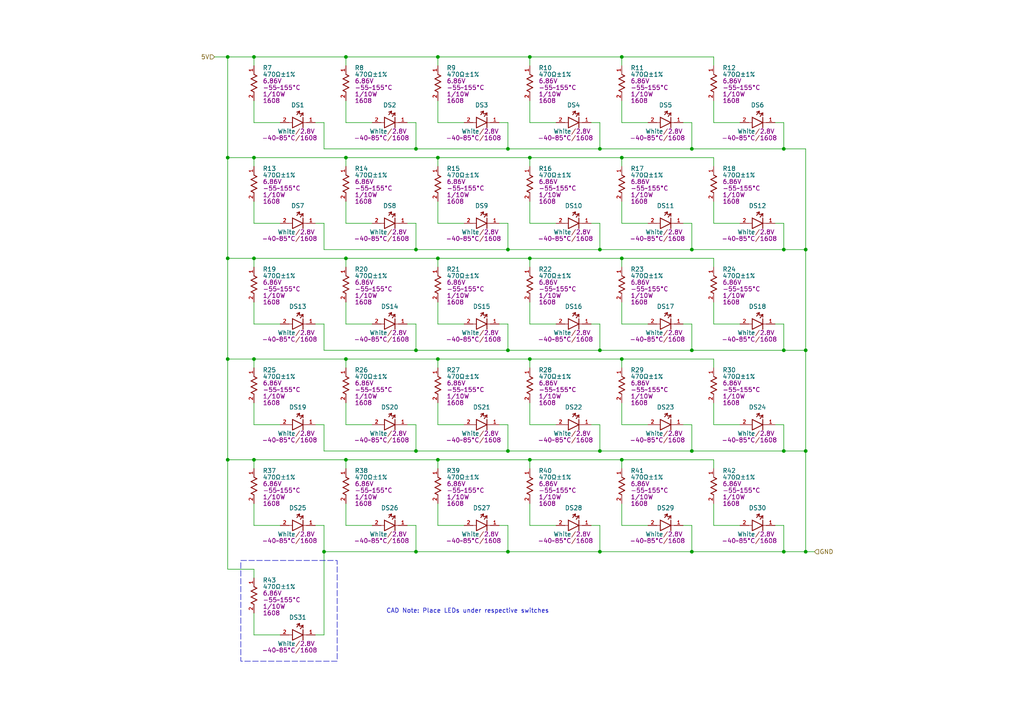
<source format=kicad_sch>
(kicad_sch (version 20231120) (generator "eeschema") (generator_version "8.0")
  (paper "A4")
  (lib_symbols
    (symbol "Harrington-Diodes:WHITE-1608-H" (pin_names (offset 1.016))
      (property "Reference" "DS" (at 0 5.08 0))
      (property "Value" "White" (at -0.635 -2.54 0))
      (property "VOLTAGE" "2.8V" (at 0.635 -2.54 0))
      (property "SIZE" "1608" (at 0.635 -4.445 0))
      (property "TEMPERATURE" "-40~85°C" (at -0.635 -4.445 0))
      (symbol "WHITE-1608-H_0_0"
        (polyline (pts (xy -0.254 2.286) (xy 0.508 3.302)) (stroke (width 0.254)))
        (polyline (pts (xy 0.762 1.778) (xy 1.524 2.794)) (stroke (width 0.254)))
        (polyline (pts (xy 1.524 0) (xy 1.524 -1.524)) (stroke (width 0.254)))
        (polyline (pts (xy 1.524 0) (xy 1.524 1.524)) (stroke (width 0.254)))
        (text "/" (at 0 -4.445 0) (effects (font (size 1.27 1.27))))
        (text "/" (at 0 -2.54 0) (effects (font (size 1.27 1.27))))
        (pin output line (at 5.08 0 180) (length 2.54) (name "~") (number "1"))
        (pin input line (at -5.08 0 0) (length 2.54) (name "~") (number "2"))
      )
      (symbol "WHITE-1608-H_1_0"
        (polyline (pts (xy -2.54 0) (xy -1.524 0)) (stroke (width 0.1524)))
        (polyline (pts (xy 0.508 3.302) (xy -0.254 3.048)) (stroke (width 0.254)))
        (polyline (pts (xy 0.508 3.302) (xy 0.508 2.54)) (stroke (width 0.254)))
        (polyline (pts (xy 1.524 2.794) (xy 0.762 2.54)) (stroke (width 0.254)))
        (polyline (pts (xy 1.524 2.794) (xy 1.524 2.032)) (stroke (width 0.254)))
        (polyline (pts (xy 2.54 0) (xy 1.524 0)) (stroke (width 0.1524)))
        (polyline (pts (xy -1.524 1.524) (xy -1.524 -1.524) (xy 1.524 0) (xy -1.524 1.524)) (stroke (width 0.254)))
      )
    )
    (symbol "Harrington-Resistors:470Ω±1%-1608-V" (pin_names (offset 1.016))
      (property "Reference" "R" (at 2.54 4.445 0))
      (property "Value" "470Ω±1%" (at 2.54 2.54 0))
      (property "TEMPERATURE" "-55~155°C" (at 2.54 -1.27 0))
      (property "POWER" "1/10W" (at 2.54 -3.175 0))
      (property "VOLTAGE" "6.86V" (at 2.54 0.635 0))
      (property "SIZE" "1608" (at 2.54 -5.08 0))
      (symbol "470Ω±1%-1608-V_0_0"
        (polyline (pts (xy -0.8468 -2.1171) (xy 0 -2.5405)) (stroke (width 0.254)))
        (polyline (pts (xy -0.8468 -0.4234) (xy 0.8468 -1.2703)) (stroke (width 0.254)))
        (polyline (pts (xy -0.8468 1.2703) (xy 0.8468 2.1171)) (stroke (width 0.254)))
        (polyline (pts (xy 0.8468 -1.2703) (xy -0.8468 -2.1171)) (stroke (width 0.254)))
        (polyline (pts (xy 0.8468 0.4234) (xy -0.8468 -0.4234)) (stroke (width 0.254)))
        (polyline (pts (xy 0.8468 0.4234) (xy -0.8468 1.2703)) (stroke (width 0.254)))
        (polyline (pts (xy 0.8468 2.1171) (xy 0 2.5405)) (stroke (width 0.254)))
        (pin passive line (at 0 5.08 270) (length 2.54) (name "~") (number "1"))
        (pin passive line (at 0 -5.08 90) (length 2.54) (name "~") (number "2"))
      )
    )
  )
  (junction (at 153.67 133.35))
  (junction (at 73.66 45.72))
  (junction (at 153.67 45.72))
  (junction (at 233.68 130.81))
  (junction (at 180.34 74.93))
  (junction (at 233.68 160.02))
  (junction (at 93.98 160.02))
  (junction (at 227.33 160.02))
  (junction (at 73.66 133.35))
  (junction (at 73.66 104.14))
  (junction (at 100.33 104.14))
  (junction (at 153.67 74.93))
  (junction (at 227.33 101.6))
  (junction (at 66.04 16.51))
  (junction (at 200.66 72.39))
  (junction (at 100.33 16.51))
  (junction (at 127 45.72))
  (junction (at 120.65 160.02))
  (junction (at 227.33 72.39))
  (junction (at 153.67 104.14))
  (junction (at 147.32 43.18))
  (junction (at 66.04 74.93))
  (junction (at 180.34 133.35))
  (junction (at 233.68 72.39))
  (junction (at 120.65 130.81))
  (junction (at 173.99 43.18))
  (junction (at 120.65 101.6))
  (junction (at 127 133.35))
  (junction (at 66.04 104.14))
  (junction (at 147.32 72.39))
  (junction (at 180.34 104.14))
  (junction (at 120.65 43.18))
  (junction (at 180.34 16.51))
  (junction (at 66.04 133.35))
  (junction (at 200.66 43.18))
  (junction (at 73.66 74.93))
  (junction (at 173.99 130.81))
  (junction (at 100.33 74.93))
  (junction (at 147.32 101.6))
  (junction (at 127 74.93))
  (junction (at 153.67 16.51))
  (junction (at 100.33 45.72))
  (junction (at 173.99 101.6))
  (junction (at 200.66 130.81))
  (junction (at 173.99 160.02))
  (junction (at 127 16.51))
  (junction (at 233.68 101.6))
  (junction (at 100.33 133.35))
  (junction (at 66.04 45.72))
  (junction (at 227.33 130.81))
  (junction (at 73.66 16.51))
  (junction (at 147.32 130.81))
  (junction (at 200.66 160.02))
  (junction (at 127 104.14))
  (junction (at 147.32 160.02))
  (junction (at 227.33 43.18))
  (junction (at 120.65 72.39))
  (junction (at 180.34 45.72))
  (junction (at 200.66 101.6))
  (junction (at 173.99 72.39))
  (wire (pts (xy 200.66 123.19) (xy 200.66 130.81)))
  (wire (pts (xy 147.32 93.98) (xy 147.32 101.6)))
  (wire (pts (xy 227.33 130.81) (xy 233.68 130.81)))
  (wire (pts (xy 100.33 45.72) (xy 100.33 48.26)))
  (wire (pts (xy 73.66 184.15) (xy 81.28 184.15)))
  (wire (pts (xy 200.66 130.81) (xy 227.33 130.81)))
  (wire (pts (xy 147.32 160.02) (xy 173.99 160.02)))
  (wire (pts (xy 180.34 123.19) (xy 187.96 123.19)))
  (wire (pts (xy 207.01 133.35) (xy 180.34 133.35)))
  (wire (pts (xy 120.65 123.19) (xy 120.65 130.81)))
  (wire (pts (xy 233.68 101.6) (xy 233.68 130.81)))
  (wire (pts (xy 100.33 16.51) (xy 100.33 19.05)))
  (wire (pts (xy 153.67 74.93) (xy 153.67 77.47)))
  (wire (pts (xy 173.99 160.02) (xy 200.66 160.02)))
  (wire (pts (xy 93.98 160.02) (xy 93.98 184.15)))
  (wire (pts (xy 147.32 130.81) (xy 173.99 130.81)))
  (wire (pts (xy 91.44 184.15) (xy 93.98 184.15)))
  (wire (pts (xy 100.33 29.21) (xy 100.33 35.56)))
  (wire (pts (xy 207.01 19.05) (xy 207.01 16.51)))
  (wire (pts (xy 180.34 133.35) (xy 180.34 135.89)))
  (wire (pts (xy 66.04 133.35) (xy 66.04 165.1)))
  (wire (pts (xy 73.66 116.84) (xy 73.66 123.19)))
  (wire (pts (xy 127 133.35) (xy 100.33 133.35)))
  (wire (pts (xy 127 133.35) (xy 127 135.89)))
  (wire (pts (xy 144.78 152.4) (xy 147.32 152.4)))
  (wire (pts (xy 93.98 123.19) (xy 93.98 130.81)))
  (wire (pts (xy 118.11 123.19) (xy 120.65 123.19)))
  (wire (pts (xy 93.98 101.6) (xy 120.65 101.6)))
  (wire (pts (xy 91.44 152.4) (xy 93.98 152.4)))
  (wire (pts (xy 120.65 43.18) (xy 147.32 43.18)))
  (wire (pts (xy 93.98 35.56) (xy 93.98 43.18)))
  (wire (pts (xy 180.34 35.56) (xy 187.96 35.56)))
  (wire (pts (xy 120.65 160.02) (xy 147.32 160.02)))
  (wire (pts (xy 127 35.56) (xy 134.62 35.56)))
  (wire (pts (xy 100.33 58.42) (xy 100.33 64.77)))
  (wire (pts (xy 91.44 35.56) (xy 93.98 35.56)))
  (wire (pts (xy 207.01 74.93) (xy 180.34 74.93)))
  (wire (pts (xy 144.78 123.19) (xy 147.32 123.19)))
  (wire (pts (xy 227.33 101.6) (xy 233.68 101.6)))
  (wire (pts (xy 100.33 64.77) (xy 107.95 64.77)))
  (wire (pts (xy 198.12 64.77) (xy 200.66 64.77)))
  (wire (pts (xy 207.01 116.84) (xy 207.01 123.19)))
  (wire (pts (xy 227.33 160.02) (xy 227.33 152.4)))
  (wire (pts (xy 173.99 93.98) (xy 173.99 101.6)))
  (wire (pts (xy 200.66 152.4) (xy 200.66 160.02)))
  (wire (pts (xy 120.65 35.56) (xy 120.65 43.18)))
  (wire (pts (xy 147.32 101.6) (xy 173.99 101.6)))
  (wire (pts (xy 127 123.19) (xy 134.62 123.19)))
  (wire (pts (xy 147.32 72.39) (xy 173.99 72.39)))
  (wire (pts (xy 200.66 35.56) (xy 200.66 43.18)))
  (wire (pts (xy 127 16.51) (xy 100.33 16.51)))
  (wire (pts (xy 127 146.05) (xy 127 152.4)))
  (wire (pts (xy 198.12 123.19) (xy 200.66 123.19)))
  (wire (pts (xy 207.01 77.47) (xy 207.01 74.93)))
  (wire (pts (xy 153.67 64.77) (xy 161.29 64.77)))
  (wire (pts (xy 200.66 93.98) (xy 200.66 101.6)))
  (wire (pts (xy 120.65 101.6) (xy 147.32 101.6)))
  (wire (pts (xy 173.99 130.81) (xy 200.66 130.81)))
  (wire (pts (xy 73.66 104.14) (xy 66.04 104.14)))
  (wire (pts (xy 207.01 29.21) (xy 207.01 35.56)))
  (wire (pts (xy 207.01 93.98) (xy 214.63 93.98)))
  (wire (pts (xy 73.66 133.35) (xy 66.04 133.35)))
  (wire (pts (xy 118.11 93.98) (xy 120.65 93.98)))
  (wire (pts (xy 180.34 16.51) (xy 180.34 19.05)))
  (wire (pts (xy 118.11 35.56) (xy 120.65 35.56)))
  (wire (pts (xy 100.33 104.14) (xy 73.66 104.14)))
  (wire (pts (xy 207.01 35.56) (xy 214.63 35.56)))
  (wire (pts (xy 180.34 146.05) (xy 180.34 152.4)))
  (wire (pts (xy 100.33 93.98) (xy 107.95 93.98)))
  (wire (pts (xy 180.34 152.4) (xy 187.96 152.4)))
  (wire (pts (xy 180.34 104.14) (xy 180.34 106.68)))
  (wire (pts (xy 73.66 165.1) (xy 66.04 165.1)))
  (wire (pts (xy 100.33 116.84) (xy 100.33 123.19)))
  (wire (pts (xy 147.32 152.4) (xy 147.32 160.02)))
  (wire (pts (xy 153.67 116.84) (xy 153.67 123.19)))
  (wire (pts (xy 227.33 101.6) (xy 227.33 93.98)))
  (wire (pts (xy 207.01 123.19) (xy 214.63 123.19)))
  (wire (pts (xy 73.66 29.21) (xy 73.66 35.56)))
  (wire (pts (xy 127 45.72) (xy 100.33 45.72)))
  (wire (pts (xy 173.99 152.4) (xy 173.99 160.02)))
  (wire (pts (xy 100.33 45.72) (xy 73.66 45.72)))
  (wire (pts (xy 118.11 64.77) (xy 120.65 64.77)))
  (wire (pts (xy 100.33 133.35) (xy 73.66 133.35)))
  (wire (pts (xy 73.66 133.35) (xy 73.66 135.89)))
  (wire (pts (xy 180.34 133.35) (xy 153.67 133.35)))
  (wire (pts (xy 171.45 35.56) (xy 173.99 35.56)))
  (wire (pts (xy 173.99 64.77) (xy 173.99 72.39)))
  (wire (pts (xy 93.98 130.81) (xy 120.65 130.81)))
  (wire (pts (xy 73.66 45.72) (xy 73.66 48.26)))
  (wire (pts (xy 227.33 72.39) (xy 227.33 64.77)))
  (wire (pts (xy 153.67 146.05) (xy 153.67 152.4)))
  (wire (pts (xy 73.66 58.42) (xy 73.66 64.77)))
  (wire (pts (xy 227.33 130.81) (xy 227.33 123.19)))
  (wire (pts (xy 227.33 72.39) (xy 233.68 72.39)))
  (wire (pts (xy 180.34 16.51) (xy 153.67 16.51)))
  (wire (pts (xy 73.66 123.19) (xy 81.28 123.19)))
  (wire (pts (xy 207.01 16.51) (xy 180.34 16.51)))
  (wire (pts (xy 153.67 93.98) (xy 161.29 93.98)))
  (wire (pts (xy 153.67 16.51) (xy 153.67 19.05)))
  (wire (pts (xy 73.66 87.63) (xy 73.66 93.98)))
  (wire (pts (xy 66.04 45.72) (xy 73.66 45.72)))
  (wire (pts (xy 198.12 35.56) (xy 200.66 35.56)))
  (wire (pts (xy 180.34 104.14) (xy 153.67 104.14)))
  (wire (pts (xy 127 74.93) (xy 127 77.47)))
  (wire (pts (xy 200.66 101.6) (xy 227.33 101.6)))
  (wire (pts (xy 207.01 58.42) (xy 207.01 64.77)))
  (wire (pts (xy 73.66 93.98) (xy 81.28 93.98)))
  (wire (pts (xy 66.04 45.72) (xy 66.04 74.93)))
  (wire (pts (xy 233.68 160.02) (xy 236.22 160.02)))
  (wire (pts (xy 171.45 123.19) (xy 173.99 123.19)))
  (wire (pts (xy 144.78 93.98) (xy 147.32 93.98)))
  (wire (pts (xy 73.66 152.4) (xy 81.28 152.4)))
  (wire (pts (xy 198.12 93.98) (xy 200.66 93.98)))
  (wire (pts (xy 147.32 123.19) (xy 147.32 130.81)))
  (wire (pts (xy 127 93.98) (xy 134.62 93.98)))
  (wire (pts (xy 127 29.21) (xy 127 35.56)))
  (wire (pts (xy 180.34 64.77) (xy 187.96 64.77)))
  (wire (pts (xy 207.01 87.63) (xy 207.01 93.98)))
  (wire (pts (xy 180.34 93.98) (xy 187.96 93.98)))
  (wire (pts (xy 227.33 43.18) (xy 227.33 35.56)))
  (wire (pts (xy 127 64.77) (xy 134.62 64.77)))
  (wire (pts (xy 180.34 74.93) (xy 180.34 77.47)))
  (wire (pts (xy 227.33 152.4) (xy 224.79 152.4)))
  (wire (pts (xy 173.99 43.18) (xy 200.66 43.18)))
  (wire (pts (xy 127 104.14) (xy 100.33 104.14)))
  (wire (pts (xy 73.66 16.51) (xy 100.33 16.51)))
  (wire (pts (xy 127 16.51) (xy 127 19.05)))
  (wire (pts (xy 207.01 146.05) (xy 207.01 152.4)))
  (wire (pts (xy 73.66 146.05) (xy 73.66 152.4)))
  (wire (pts (xy 207.01 135.89) (xy 207.01 133.35)))
  (wire (pts (xy 93.98 64.77) (xy 93.98 72.39)))
  (wire (pts (xy 227.33 35.56) (xy 224.79 35.56)))
  (wire (pts (xy 153.67 152.4) (xy 161.29 152.4)))
  (wire (pts (xy 127 152.4) (xy 134.62 152.4)))
  (wire (pts (xy 207.01 64.77) (xy 214.63 64.77)))
  (wire (pts (xy 180.34 87.63) (xy 180.34 93.98)))
  (wire (pts (xy 153.67 16.51) (xy 127 16.51)))
  (wire (pts (xy 100.33 104.14) (xy 100.33 106.68)))
  (wire (pts (xy 207.01 104.14) (xy 180.34 104.14)))
  (wire (pts (xy 73.66 64.77) (xy 81.28 64.77)))
  (wire (pts (xy 120.65 130.81) (xy 147.32 130.81)))
  (wire (pts (xy 73.66 74.93) (xy 73.66 77.47)))
  (wire (pts (xy 62.23 16.51) (xy 66.04 16.51)))
  (wire (pts (xy 153.67 58.42) (xy 153.67 64.77)))
  (wire (pts (xy 93.98 72.39) (xy 120.65 72.39)))
  (wire (pts (xy 100.33 74.93) (xy 100.33 77.47)))
  (wire (pts (xy 227.33 160.02) (xy 233.68 160.02)))
  (wire (pts (xy 120.65 72.39) (xy 147.32 72.39)))
  (wire (pts (xy 153.67 87.63) (xy 153.67 93.98)))
  (wire (pts (xy 66.04 16.51) (xy 66.04 45.72)))
  (wire (pts (xy 180.34 45.72) (xy 153.67 45.72)))
  (wire (pts (xy 153.67 74.93) (xy 127 74.93)))
  (wire (pts (xy 93.98 43.18) (xy 120.65 43.18)))
  (wire (pts (xy 100.33 74.93) (xy 73.66 74.93)))
  (wire (pts (xy 207.01 152.4) (xy 214.63 152.4)))
  (wire (pts (xy 180.34 58.42) (xy 180.34 64.77)))
  (wire (pts (xy 100.33 123.19) (xy 107.95 123.19)))
  (wire (pts (xy 118.11 152.4) (xy 120.65 152.4)))
  (wire (pts (xy 73.66 35.56) (xy 81.28 35.56)))
  (wire (pts (xy 66.04 16.51) (xy 73.66 16.51)))
  (wire (pts (xy 73.66 104.14) (xy 73.66 106.68)))
  (wire (pts (xy 198.12 152.4) (xy 200.66 152.4)))
  (wire (pts (xy 100.33 35.56) (xy 107.95 35.56)))
  (wire (pts (xy 144.78 35.56) (xy 147.32 35.56)))
  (wire (pts (xy 73.66 177.8) (xy 73.66 184.15)))
  (wire (pts (xy 100.33 146.05) (xy 100.33 152.4)))
  (wire (pts (xy 153.67 45.72) (xy 127 45.72)))
  (wire (pts (xy 207.01 45.72) (xy 180.34 45.72)))
  (wire (pts (xy 147.32 43.18) (xy 173.99 43.18)))
  (wire (pts (xy 153.67 104.14) (xy 153.67 106.68)))
  (wire (pts (xy 147.32 35.56) (xy 147.32 43.18)))
  (wire (pts (xy 127 74.93) (xy 100.33 74.93)))
  (wire (pts (xy 120.65 64.77) (xy 120.65 72.39)))
  (wire (pts (xy 153.67 133.35) (xy 153.67 135.89)))
  (wire (pts (xy 147.32 64.77) (xy 147.32 72.39)))
  (wire (pts (xy 153.67 45.72) (xy 153.67 48.26)))
  (wire (pts (xy 227.33 43.18) (xy 233.68 43.18)))
  (wire (pts (xy 144.78 64.77) (xy 147.32 64.77)))
  (wire (pts (xy 127 116.84) (xy 127 123.19)))
  (wire (pts (xy 233.68 43.18) (xy 233.68 72.39)))
  (wire (pts (xy 91.44 64.77) (xy 93.98 64.77)))
  (wire (pts (xy 100.33 87.63) (xy 100.33 93.98)))
  (wire (pts (xy 127 45.72) (xy 127 48.26)))
  (wire (pts (xy 171.45 64.77) (xy 173.99 64.77)))
  (wire (pts (xy 200.66 64.77) (xy 200.66 72.39)))
  (wire (pts (xy 200.66 43.18) (xy 227.33 43.18)))
  (wire (pts (xy 173.99 35.56) (xy 173.99 43.18)))
  (wire (pts (xy 100.33 133.35) (xy 100.33 135.89)))
  (wire (pts (xy 127 104.14) (xy 127 106.68)))
  (wire (pts (xy 171.45 93.98) (xy 173.99 93.98)))
  (wire (pts (xy 91.44 93.98) (xy 93.98 93.98)))
  (wire (pts (xy 153.67 35.56) (xy 161.29 35.56)))
  (wire (pts (xy 207.01 48.26) (xy 207.01 45.72)))
  (wire (pts (xy 227.33 93.98) (xy 224.79 93.98)))
  (wire (pts (xy 200.66 160.02) (xy 227.33 160.02)))
  (wire (pts (xy 233.68 72.39) (xy 233.68 101.6)))
  (wire (pts (xy 173.99 72.39) (xy 200.66 72.39)))
  (wire (pts (xy 73.66 16.51) (xy 73.66 19.05)))
  (wire (pts (xy 93.98 93.98) (xy 93.98 101.6)))
  (wire (pts (xy 171.45 152.4) (xy 173.99 152.4)))
  (wire (pts (xy 153.67 104.14) (xy 127 104.14)))
  (wire (pts (xy 127 58.42) (xy 127 64.77)))
  (wire (pts (xy 93.98 152.4) (xy 93.98 160.02)))
  (wire (pts (xy 233.68 130.81) (xy 233.68 160.02)))
  (wire (pts (xy 207.01 106.68) (xy 207.01 104.14)))
  (wire (pts (xy 153.67 29.21) (xy 153.67 35.56)))
  (wire (pts (xy 93.98 160.02) (xy 120.65 160.02)))
  (wire (pts (xy 180.34 45.72) (xy 180.34 48.26)))
  (wire (pts (xy 173.99 123.19) (xy 173.99 130.81)))
  (wire (pts (xy 66.04 104.14) (xy 66.04 133.35)))
  (wire (pts (xy 120.65 152.4) (xy 120.65 160.02)))
  (wire (pts (xy 227.33 64.77) (xy 224.79 64.77)))
  (wire (pts (xy 227.33 123.19) (xy 224.79 123.19)))
  (wire (pts (xy 66.04 74.93) (xy 73.66 74.93)))
  (wire (pts (xy 73.66 165.1) (xy 73.66 167.64)))
  (wire (pts (xy 91.44 123.19) (xy 93.98 123.19)))
  (wire (pts (xy 153.67 123.19) (xy 161.29 123.19)))
  (wire (pts (xy 173.99 101.6) (xy 200.66 101.6)))
  (wire (pts (xy 153.67 133.35) (xy 127 133.35)))
  (wire (pts (xy 100.33 152.4) (xy 107.95 152.4)))
  (wire (pts (xy 66.04 74.93) (xy 66.04 104.14)))
  (wire (pts (xy 180.34 29.21) (xy 180.34 35.56)))
  (wire (pts (xy 180.34 74.93) (xy 153.67 74.93)))
  (wire (pts (xy 120.65 93.98) (xy 120.65 101.6)))
  (wire (pts (xy 127 87.63) (xy 127 93.98)))
  (wire (pts (xy 180.34 116.84) (xy 180.34 123.19)))
  (wire (pts (xy 200.66 72.39) (xy 227.33 72.39)))
  (rectangle (start 69.85 162.56) (end 97.79 191.77) (stroke (width 0) (type dash)))
  (text "CAD Note: Place LEDs under respective switches" (at 135.636 177.292 0) (effects (font (size 1.27 1.27))))
  (hierarchical_label "5V" (shape input) (at 62.23 16.51 180))
  (hierarchical_label "GND" (shape input) (at 236.22 160.02 0))
  (symbol (lib_id "Harrington-Diodes:WHITE-1608-H") (at 166.37 35.56 0) (unit 1)
    (property "Reference" "DS4" (at 166.37 30.48 0))
    (property "Value" "White" (at 165.735 38.1 0) (effects (justify right)))
    (property "Footprint" "Harrington-Diodes:1608" (effects (hide yes)))
    (property "Description" "White" (effects (hide yes)))
    (property "VOLTAGE" "2.8V" (at 167.005 38.1 0) (effects (justify left)))
    (property "SIZE" "1608" (at 167.005 40.005 0) (effects (justify left)))
    (property "TEMPERATURE" "-40~85°C" (at 165.735 40.005 0) (effects (justify right)))
  )
  (symbol (lib_id "Harrington-Diodes:WHITE-1608-H") (at 86.36 35.56 0) (unit 1)
    (property "Reference" "DS1" (at 86.36 30.48 0))
    (property "Value" "White" (at 85.725 38.1 0) (effects (justify right)))
    (property "Footprint" "Harrington-Diodes:1608" (effects (hide yes)))
    (property "Description" "White" (effects (hide yes)))
    (property "VOLTAGE" "2.8V" (at 86.995 38.1 0) (effects (justify left)))
    (property "SIZE" "1608" (at 86.995 40.005 0) (effects (justify left)))
    (property "TEMPERATURE" "-40~85°C" (at 85.725 40.005 0) (effects (justify right)))
  )
  (symbol (lib_id "Harrington-Resistors:470Ω±1%-1608-V") (at 73.66 111.76 0) (unit 1)
    (property "Reference" "R25" (at 76.2 107.315 0) (effects (justify left)))
    (property "Value" "470Ω±1%" (at 76.2 109.22 0) (effects (justify left)))
    (property "Footprint" "Harrington-Resistors:1608-SEM" (effects (hide yes)))
    (property "TEMPERATURE" "-55~155°C" (at 76.2 113.03 0) (effects (justify left)))
    (property "POWER" "1/10W" (at 76.2 114.935 0) (effects (justify left)))
    (property "VOLTAGE" "6.86V" (at 76.2 111.125 0) (effects (justify left)))
    (property "SIZE" "1608" (at 76.2 116.84 0) (effects (justify left)))
  )
  (symbol (lib_id "Harrington-Resistors:470Ω±1%-1608-V") (at 127 82.55 0) (unit 1)
    (property "Reference" "R21" (at 129.54 78.105 0) (effects (justify left)))
    (property "Value" "470Ω±1%" (at 129.54 80.01 0) (effects (justify left)))
    (property "Footprint" "Harrington-Resistors:1608-SEM" (effects (hide yes)))
    (property "TEMPERATURE" "-55~155°C" (at 129.54 83.82 0) (effects (justify left)))
    (property "POWER" "1/10W" (at 129.54 85.725 0) (effects (justify left)))
    (property "VOLTAGE" "6.86V" (at 129.54 81.915 0) (effects (justify left)))
    (property "SIZE" "1608" (at 129.54 87.63 0) (effects (justify left)))
  )
  (symbol (lib_id "Harrington-Diodes:WHITE-1608-H") (at 219.71 64.77 0) (unit 1)
    (property "Reference" "DS12" (at 219.71 59.69 0))
    (property "Value" "White" (at 219.075 67.31 0) (effects (justify right)))
    (property "Footprint" "Harrington-Diodes:1608" (effects (hide yes)))
    (property "Description" "White" (effects (hide yes)))
    (property "VOLTAGE" "2.8V" (at 220.345 67.31 0) (effects (justify left)))
    (property "SIZE" "1608" (at 220.345 69.215 0) (effects (justify left)))
    (property "TEMPERATURE" "-40~85°C" (at 219.075 69.215 0) (effects (justify right)))
  )
  (symbol (lib_id "Harrington-Diodes:WHITE-1608-H") (at 219.71 123.19 0) (unit 1)
    (property "Reference" "DS24" (at 219.71 118.11 0))
    (property "Value" "White" (at 219.075 125.73 0) (effects (justify right)))
    (property "Footprint" "Harrington-Diodes:1608" (effects (hide yes)))
    (property "Description" "White" (effects (hide yes)))
    (property "VOLTAGE" "2.8V" (at 220.345 125.73 0) (effects (justify left)))
    (property "SIZE" "1608" (at 220.345 127.635 0) (effects (justify left)))
    (property "TEMPERATURE" "-40~85°C" (at 219.075 127.635 0) (effects (justify right)))
  )
  (symbol (lib_id "Harrington-Diodes:WHITE-1608-H") (at 193.04 93.98 0) (unit 1)
    (property "Reference" "DS17" (at 193.04 88.9 0))
    (property "Value" "White" (at 192.405 96.52 0) (effects (justify right)))
    (property "Footprint" "Harrington-Diodes:1608" (effects (hide yes)))
    (property "Description" "White" (effects (hide yes)))
    (property "VOLTAGE" "2.8V" (at 193.675 96.52 0) (effects (justify left)))
    (property "SIZE" "1608" (at 193.675 98.425 0) (effects (justify left)))
    (property "TEMPERATURE" "-40~85°C" (at 192.405 98.425 0) (effects (justify right)))
  )
  (symbol (lib_id "Harrington-Diodes:WHITE-1608-H") (at 166.37 93.98 0) (unit 1)
    (property "Reference" "DS16" (at 166.37 88.9 0))
    (property "Value" "White" (at 165.735 96.52 0) (effects (justify right)))
    (property "Footprint" "Harrington-Diodes:1608" (effects (hide yes)))
    (property "Description" "White" (effects (hide yes)))
    (property "VOLTAGE" "2.8V" (at 167.005 96.52 0) (effects (justify left)))
    (property "SIZE" "1608" (at 167.005 98.425 0) (effects (justify left)))
    (property "TEMPERATURE" "-40~85°C" (at 165.735 98.425 0) (effects (justify right)))
  )
  (symbol (lib_id "Harrington-Resistors:470Ω±1%-1608-V") (at 73.66 53.34 0) (unit 1)
    (property "Reference" "R13" (at 76.2 48.895 0) (effects (justify left)))
    (property "Value" "470Ω±1%" (at 76.2 50.8 0) (effects (justify left)))
    (property "Footprint" "Harrington-Resistors:1608-SEM" (effects (hide yes)))
    (property "TEMPERATURE" "-55~155°C" (at 76.2 54.61 0) (effects (justify left)))
    (property "POWER" "1/10W" (at 76.2 56.515 0) (effects (justify left)))
    (property "VOLTAGE" "6.86V" (at 76.2 52.705 0) (effects (justify left)))
    (property "SIZE" "1608" (at 76.2 58.42 0) (effects (justify left)))
  )
  (symbol (lib_id "Harrington-Diodes:WHITE-1608-H") (at 166.37 123.19 0) (unit 1)
    (property "Reference" "DS22" (at 166.37 118.11 0))
    (property "Value" "White" (at 165.735 125.73 0) (effects (justify right)))
    (property "Footprint" "Harrington-Diodes:1608" (effects (hide yes)))
    (property "Description" "White" (effects (hide yes)))
    (property "VOLTAGE" "2.8V" (at 167.005 125.73 0) (effects (justify left)))
    (property "SIZE" "1608" (at 167.005 127.635 0) (effects (justify left)))
    (property "TEMPERATURE" "-40~85°C" (at 165.735 127.635 0) (effects (justify right)))
  )
  (symbol (lib_id "Harrington-Resistors:470Ω±1%-1608-V") (at 180.34 24.13 0) (unit 1)
    (property "Reference" "R11" (at 182.88 19.685 0) (effects (justify left)))
    (property "Value" "470Ω±1%" (at 182.88 21.59 0) (effects (justify left)))
    (property "Footprint" "Harrington-Resistors:1608-SEM" (effects (hide yes)))
    (property "TEMPERATURE" "-55~155°C" (at 182.88 25.4 0) (effects (justify left)))
    (property "POWER" "1/10W" (at 182.88 27.305 0) (effects (justify left)))
    (property "VOLTAGE" "6.86V" (at 182.88 23.495 0) (effects (justify left)))
    (property "SIZE" "1608" (at 182.88 29.21 0) (effects (justify left)))
  )
  (symbol (lib_id "Harrington-Diodes:WHITE-1608-H") (at 86.36 152.4 0) (unit 1)
    (property "Reference" "DS25" (at 86.36 147.32 0))
    (property "Value" "White" (at 85.725 154.94 0) (effects (justify right)))
    (property "Footprint" "Harrington-Diodes:1608" (effects (hide yes)))
    (property "Description" "White" (effects (hide yes)))
    (property "VOLTAGE" "2.8V" (at 86.995 154.94 0) (effects (justify left)))
    (property "SIZE" "1608" (at 86.995 156.845 0) (effects (justify left)))
    (property "TEMPERATURE" "-40~85°C" (at 85.725 156.845 0) (effects (justify right)))
  )
  (symbol (lib_id "Harrington-Resistors:470Ω±1%-1608-V") (at 127 53.34 0) (unit 1)
    (property "Reference" "R15" (at 129.54 48.895 0) (effects (justify left)))
    (property "Value" "470Ω±1%" (at 129.54 50.8 0) (effects (justify left)))
    (property "Footprint" "Harrington-Resistors:1608-SEM" (effects (hide yes)))
    (property "TEMPERATURE" "-55~155°C" (at 129.54 54.61 0) (effects (justify left)))
    (property "POWER" "1/10W" (at 129.54 56.515 0) (effects (justify left)))
    (property "VOLTAGE" "6.86V" (at 129.54 52.705 0) (effects (justify left)))
    (property "SIZE" "1608" (at 129.54 58.42 0) (effects (justify left)))
  )
  (symbol (lib_id "Harrington-Diodes:WHITE-1608-H") (at 86.36 64.77 0) (unit 1)
    (property "Reference" "DS7" (at 86.36 59.69 0))
    (property "Value" "White" (at 85.725 67.31 0) (effects (justify right)))
    (property "Footprint" "Harrington-Diodes:1608" (effects (hide yes)))
    (property "Description" "White" (effects (hide yes)))
    (property "VOLTAGE" "2.8V" (at 86.995 67.31 0) (effects (justify left)))
    (property "SIZE" "1608" (at 86.995 69.215 0) (effects (justify left)))
    (property "TEMPERATURE" "-40~85°C" (at 85.725 69.215 0) (effects (justify right)))
  )
  (symbol (lib_id "Harrington-Diodes:WHITE-1608-H") (at 139.7 152.4 0) (unit 1)
    (property "Reference" "DS27" (at 139.7 147.32 0))
    (property "Value" "White" (at 139.065 154.94 0) (effects (justify right)))
    (property "Footprint" "Harrington-Diodes:1608" (effects (hide yes)))
    (property "Description" "White" (effects (hide yes)))
    (property "VOLTAGE" "2.8V" (at 140.335 154.94 0) (effects (justify left)))
    (property "SIZE" "1608" (at 140.335 156.845 0) (effects (justify left)))
    (property "TEMPERATURE" "-40~85°C" (at 139.065 156.845 0) (effects (justify right)))
  )
  (symbol (lib_id "Harrington-Resistors:470Ω±1%-1608-V") (at 180.34 82.55 0) (unit 1)
    (property "Reference" "R23" (at 182.88 78.105 0) (effects (justify left)))
    (property "Value" "470Ω±1%" (at 182.88 80.01 0) (effects (justify left)))
    (property "Footprint" "Harrington-Resistors:1608-SEM" (effects (hide yes)))
    (property "TEMPERATURE" "-55~155°C" (at 182.88 83.82 0) (effects (justify left)))
    (property "POWER" "1/10W" (at 182.88 85.725 0) (effects (justify left)))
    (property "VOLTAGE" "6.86V" (at 182.88 81.915 0) (effects (justify left)))
    (property "SIZE" "1608" (at 182.88 87.63 0) (effects (justify left)))
  )
  (symbol (lib_id "Harrington-Resistors:470Ω±1%-1608-V") (at 180.34 53.34 0) (unit 1)
    (property "Reference" "R17" (at 182.88 48.895 0) (effects (justify left)))
    (property "Value" "470Ω±1%" (at 182.88 50.8 0) (effects (justify left)))
    (property "Footprint" "Harrington-Resistors:1608-SEM" (effects (hide yes)))
    (property "TEMPERATURE" "-55~155°C" (at 182.88 54.61 0) (effects (justify left)))
    (property "POWER" "1/10W" (at 182.88 56.515 0) (effects (justify left)))
    (property "VOLTAGE" "6.86V" (at 182.88 52.705 0) (effects (justify left)))
    (property "SIZE" "1608" (at 182.88 58.42 0) (effects (justify left)))
  )
  (symbol (lib_id "Harrington-Resistors:470Ω±1%-1608-V") (at 100.33 140.97 0) (unit 1)
    (property "Reference" "R38" (at 102.87 136.525 0) (effects (justify left)))
    (property "Value" "470Ω±1%" (at 102.87 138.43 0) (effects (justify left)))
    (property "Footprint" "Harrington-Resistors:1608-SEM" (effects (hide yes)))
    (property "TEMPERATURE" "-55~155°C" (at 102.87 142.24 0) (effects (justify left)))
    (property "POWER" "1/10W" (at 102.87 144.145 0) (effects (justify left)))
    (property "VOLTAGE" "6.86V" (at 102.87 140.335 0) (effects (justify left)))
    (property "SIZE" "1608" (at 102.87 146.05 0) (effects (justify left)))
  )
  (symbol (lib_id "Harrington-Diodes:WHITE-1608-H") (at 139.7 123.19 0) (unit 1)
    (property "Reference" "DS21" (at 139.7 118.11 0))
    (property "Value" "White" (at 139.065 125.73 0) (effects (justify right)))
    (property "Footprint" "Harrington-Diodes:1608" (effects (hide yes)))
    (property "Description" "White" (effects (hide yes)))
    (property "VOLTAGE" "2.8V" (at 140.335 125.73 0) (effects (justify left)))
    (property "SIZE" "1608" (at 140.335 127.635 0) (effects (justify left)))
    (property "TEMPERATURE" "-40~85°C" (at 139.065 127.635 0) (effects (justify right)))
  )
  (symbol (lib_id "Harrington-Resistors:470Ω±1%-1608-V") (at 100.33 111.76 0) (unit 1)
    (property "Reference" "R26" (at 102.87 107.315 0) (effects (justify left)))
    (property "Value" "470Ω±1%" (at 102.87 109.22 0) (effects (justify left)))
    (property "Footprint" "Harrington-Resistors:1608-SEM" (effects (hide yes)))
    (property "TEMPERATURE" "-55~155°C" (at 102.87 113.03 0) (effects (justify left)))
    (property "POWER" "1/10W" (at 102.87 114.935 0) (effects (justify left)))
    (property "VOLTAGE" "6.86V" (at 102.87 111.125 0) (effects (justify left)))
    (property "SIZE" "1608" (at 102.87 116.84 0) (effects (justify left)))
  )
  (symbol (lib_id "Harrington-Diodes:WHITE-1608-H") (at 113.03 93.98 0) (unit 1)
    (property "Reference" "DS14" (at 113.03 88.9 0))
    (property "Value" "White" (at 112.395 96.52 0) (effects (justify right)))
    (property "Footprint" "Harrington-Diodes:1608" (effects (hide yes)))
    (property "Description" "White" (effects (hide yes)))
    (property "VOLTAGE" "2.8V" (at 113.665 96.52 0) (effects (justify left)))
    (property "SIZE" "1608" (at 113.665 98.425 0) (effects (justify left)))
    (property "TEMPERATURE" "-40~85°C" (at 112.395 98.425 0) (effects (justify right)))
  )
  (symbol (lib_id "Harrington-Resistors:470Ω±1%-1608-V") (at 100.33 53.34 0) (unit 1)
    (property "Reference" "R14" (at 102.87 48.895 0) (effects (justify left)))
    (property "Value" "470Ω±1%" (at 102.87 50.8 0) (effects (justify left)))
    (property "Footprint" "Harrington-Resistors:1608-SEM" (effects (hide yes)))
    (property "TEMPERATURE" "-55~155°C" (at 102.87 54.61 0) (effects (justify left)))
    (property "POWER" "1/10W" (at 102.87 56.515 0) (effects (justify left)))
    (property "VOLTAGE" "6.86V" (at 102.87 52.705 0) (effects (justify left)))
    (property "SIZE" "1608" (at 102.87 58.42 0) (effects (justify left)))
  )
  (symbol (lib_id "Harrington-Resistors:470Ω±1%-1608-V") (at 127 24.13 0) (unit 1)
    (property "Reference" "R9" (at 129.54 19.685 0) (effects (justify left)))
    (property "Value" "470Ω±1%" (at 129.54 21.59 0) (effects (justify left)))
    (property "Footprint" "Harrington-Resistors:1608-SEM" (effects (hide yes)))
    (property "TEMPERATURE" "-55~155°C" (at 129.54 25.4 0) (effects (justify left)))
    (property "POWER" "1/10W" (at 129.54 27.305 0) (effects (justify left)))
    (property "VOLTAGE" "6.86V" (at 129.54 23.495 0) (effects (justify left)))
    (property "SIZE" "1608" (at 129.54 29.21 0) (effects (justify left)))
  )
  (symbol (lib_id "Harrington-Diodes:WHITE-1608-H") (at 139.7 64.77 0) (unit 1)
    (property "Reference" "DS9" (at 139.7 59.69 0))
    (property "Value" "White" (at 139.065 67.31 0) (effects (justify right)))
    (property "Footprint" "Harrington-Diodes:1608" (effects (hide yes)))
    (property "Description" "White" (effects (hide yes)))
    (property "VOLTAGE" "2.8V" (at 140.335 67.31 0) (effects (justify left)))
    (property "SIZE" "1608" (at 140.335 69.215 0) (effects (justify left)))
    (property "TEMPERATURE" "-40~85°C" (at 139.065 69.215 0) (effects (justify right)))
  )
  (symbol (lib_id "Harrington-Diodes:WHITE-1608-H") (at 113.03 123.19 0) (unit 1)
    (property "Reference" "DS20" (at 113.03 118.11 0))
    (property "Value" "White" (at 112.395 125.73 0) (effects (justify right)))
    (property "Footprint" "Harrington-Diodes:1608" (effects (hide yes)))
    (property "Description" "White" (effects (hide yes)))
    (property "VOLTAGE" "2.8V" (at 113.665 125.73 0) (effects (justify left)))
    (property "SIZE" "1608" (at 113.665 127.635 0) (effects (justify left)))
    (property "TEMPERATURE" "-40~85°C" (at 112.395 127.635 0) (effects (justify right)))
  )
  (symbol (lib_id "Harrington-Diodes:WHITE-1608-H") (at 166.37 152.4 0) (unit 1)
    (property "Reference" "DS28" (at 166.37 147.32 0))
    (property "Value" "White" (at 165.735 154.94 0) (effects (justify right)))
    (property "Footprint" "Harrington-Diodes:1608" (effects (hide yes)))
    (property "Description" "White" (effects (hide yes)))
    (property "VOLTAGE" "2.8V" (at 167.005 154.94 0) (effects (justify left)))
    (property "SIZE" "1608" (at 167.005 156.845 0) (effects (justify left)))
    (property "TEMPERATURE" "-40~85°C" (at 165.735 156.845 0) (effects (justify right)))
  )
  (symbol (lib_id "Harrington-Diodes:WHITE-1608-H") (at 86.36 123.19 0) (unit 1)
    (property "Reference" "DS19" (at 86.36 118.11 0))
    (property "Value" "White" (at 85.725 125.73 0) (effects (justify right)))
    (property "Footprint" "Harrington-Diodes:1608" (effects (hide yes)))
    (property "Description" "White" (effects (hide yes)))
    (property "VOLTAGE" "2.8V" (at 86.995 125.73 0) (effects (justify left)))
    (property "SIZE" "1608" (at 86.995 127.635 0) (effects (justify left)))
    (property "TEMPERATURE" "-40~85°C" (at 85.725 127.635 0) (effects (justify right)))
  )
  (symbol (lib_id "Harrington-Resistors:470Ω±1%-1608-V") (at 207.01 111.76 0) (unit 1)
    (property "Reference" "R30" (at 209.55 107.315 0) (effects (justify left)))
    (property "Value" "470Ω±1%" (at 209.55 109.22 0) (effects (justify left)))
    (property "Footprint" "Harrington-Resistors:1608-SEM" (effects (hide yes)))
    (property "TEMPERATURE" "-55~155°C" (at 209.55 113.03 0) (effects (justify left)))
    (property "POWER" "1/10W" (at 209.55 114.935 0) (effects (justify left)))
    (property "VOLTAGE" "6.86V" (at 209.55 111.125 0) (effects (justify left)))
    (property "SIZE" "1608" (at 209.55 116.84 0) (effects (justify left)))
  )
  (symbol (lib_id "Harrington-Resistors:470Ω±1%-1608-V") (at 73.66 172.72 0) (unit 1)
    (property "Reference" "R43" (at 76.2 168.275 0) (effects (justify left)))
    (property "Value" "470Ω±1%" (at 76.2 170.18 0) (effects (justify left)))
    (property "Footprint" "Harrington-Resistors:1608-SEM" (effects (hide yes)))
    (property "TEMPERATURE" "-55~155°C" (at 76.2 173.99 0) (effects (justify left)))
    (property "POWER" "1/10W" (at 76.2 175.895 0) (effects (justify left)))
    (property "VOLTAGE" "6.86V" (at 76.2 172.085 0) (effects (justify left)))
    (property "SIZE" "1608" (at 76.2 177.8 0) (effects (justify left)))
  )
  (symbol (lib_id "Harrington-Resistors:470Ω±1%-1608-V") (at 127 111.76 0) (unit 1)
    (property "Reference" "R27" (at 129.54 107.315 0) (effects (justify left)))
    (property "Value" "470Ω±1%" (at 129.54 109.22 0) (effects (justify left)))
    (property "Footprint" "Harrington-Resistors:1608-SEM" (effects (hide yes)))
    (property "TEMPERATURE" "-55~155°C" (at 129.54 113.03 0) (effects (justify left)))
    (property "POWER" "1/10W" (at 129.54 114.935 0) (effects (justify left)))
    (property "VOLTAGE" "6.86V" (at 129.54 111.125 0) (effects (justify left)))
    (property "SIZE" "1608" (at 129.54 116.84 0) (effects (justify left)))
  )
  (symbol (lib_id "Harrington-Resistors:470Ω±1%-1608-V") (at 180.34 140.97 0) (unit 1)
    (property "Reference" "R41" (at 182.88 136.525 0) (effects (justify left)))
    (property "Value" "470Ω±1%" (at 182.88 138.43 0) (effects (justify left)))
    (property "Footprint" "Harrington-Resistors:1608-SEM" (effects (hide yes)))
    (property "TEMPERATURE" "-55~155°C" (at 182.88 142.24 0) (effects (justify left)))
    (property "POWER" "1/10W" (at 182.88 144.145 0) (effects (justify left)))
    (property "VOLTAGE" "6.86V" (at 182.88 140.335 0) (effects (justify left)))
    (property "SIZE" "1608" (at 182.88 146.05 0) (effects (justify left)))
  )
  (symbol (lib_id "Harrington-Diodes:WHITE-1608-H") (at 113.03 35.56 0) (unit 1)
    (property "Reference" "DS2" (at 113.03 30.48 0))
    (property "Value" "White" (at 112.395 38.1 0) (effects (justify right)))
    (property "Footprint" "Harrington-Diodes:1608" (effects (hide yes)))
    (property "Description" "White" (effects (hide yes)))
    (property "VOLTAGE" "2.8V" (at 113.665 38.1 0) (effects (justify left)))
    (property "SIZE" "1608" (at 113.665 40.005 0) (effects (justify left)))
    (property "TEMPERATURE" "-40~85°C" (at 112.395 40.005 0) (effects (justify right)))
  )
  (symbol (lib_id "Harrington-Diodes:WHITE-1608-H") (at 86.36 184.15 0) (unit 1)
    (property "Reference" "DS31" (at 86.36 179.07 0))
    (property "Value" "White" (at 85.725 186.69 0) (effects (justify right)))
    (property "Footprint" "Harrington-Diodes:1608" (effects (hide yes)))
    (property "Description" "White" (effects (hide yes)))
    (property "VOLTAGE" "2.8V" (at 86.995 186.69 0) (effects (justify left)))
    (property "SIZE" "1608" (at 86.995 188.595 0) (effects (justify left)))
    (property "TEMPERATURE" "-40~85°C" (at 85.725 188.595 0) (effects (justify right)))
  )
  (symbol (lib_id "Harrington-Diodes:WHITE-1608-H") (at 166.37 64.77 0) (unit 1)
    (property "Reference" "DS10" (at 166.37 59.69 0))
    (property "Value" "White" (at 165.735 67.31 0) (effects (justify right)))
    (property "Footprint" "Harrington-Diodes:1608" (effects (hide yes)))
    (property "Description" "White" (effects (hide yes)))
    (property "VOLTAGE" "2.8V" (at 167.005 67.31 0) (effects (justify left)))
    (property "SIZE" "1608" (at 167.005 69.215 0) (effects (justify left)))
    (property "TEMPERATURE" "-40~85°C" (at 165.735 69.215 0) (effects (justify right)))
  )
  (symbol (lib_id "Harrington-Resistors:470Ω±1%-1608-V") (at 153.67 53.34 0) (unit 1)
    (property "Reference" "R16" (at 156.21 48.895 0) (effects (justify left)))
    (property "Value" "470Ω±1%" (at 156.21 50.8 0) (effects (justify left)))
    (property "Footprint" "Harrington-Resistors:1608-SEM" (effects (hide yes)))
    (property "TEMPERATURE" "-55~155°C" (at 156.21 54.61 0) (effects (justify left)))
    (property "POWER" "1/10W" (at 156.21 56.515 0) (effects (justify left)))
    (property "VOLTAGE" "6.86V" (at 156.21 52.705 0) (effects (justify left)))
    (property "SIZE" "1608" (at 156.21 58.42 0) (effects (justify left)))
  )
  (symbol (lib_id "Harrington-Resistors:470Ω±1%-1608-V") (at 127 140.97 0) (unit 1)
    (property "Reference" "R39" (at 129.54 136.525 0) (effects (justify left)))
    (property "Value" "470Ω±1%" (at 129.54 138.43 0) (effects (justify left)))
    (property "Footprint" "Harrington-Resistors:1608-SEM" (effects (hide yes)))
    (property "TEMPERATURE" "-55~155°C" (at 129.54 142.24 0) (effects (justify left)))
    (property "POWER" "1/10W" (at 129.54 144.145 0) (effects (justify left)))
    (property "VOLTAGE" "6.86V" (at 129.54 140.335 0) (effects (justify left)))
    (property "SIZE" "1608" (at 129.54 146.05 0) (effects (justify left)))
  )
  (symbol (lib_id "Harrington-Resistors:470Ω±1%-1608-V") (at 100.33 24.13 0) (unit 1)
    (property "Reference" "R8" (at 102.87 19.685 0) (effects (justify left)))
    (property "Value" "470Ω±1%" (at 102.87 21.59 0) (effects (justify left)))
    (property "Footprint" "Harrington-Resistors:1608-SEM" (effects (hide yes)))
    (property "TEMPERATURE" "-55~155°C" (at 102.87 25.4 0) (effects (justify left)))
    (property "POWER" "1/10W" (at 102.87 27.305 0) (effects (justify left)))
    (property "VOLTAGE" "6.86V" (at 102.87 23.495 0) (effects (justify left)))
    (property "SIZE" "1608" (at 102.87 29.21 0) (effects (justify left)))
  )
  (symbol (lib_id "Harrington-Resistors:470Ω±1%-1608-V") (at 153.67 111.76 0) (unit 1)
    (property "Reference" "R28" (at 156.21 107.315 0) (effects (justify left)))
    (property "Value" "470Ω±1%" (at 156.21 109.22 0) (effects (justify left)))
    (property "Footprint" "Harrington-Resistors:1608-SEM" (effects (hide yes)))
    (property "TEMPERATURE" "-55~155°C" (at 156.21 113.03 0) (effects (justify left)))
    (property "POWER" "1/10W" (at 156.21 114.935 0) (effects (justify left)))
    (property "VOLTAGE" "6.86V" (at 156.21 111.125 0) (effects (justify left)))
    (property "SIZE" "1608" (at 156.21 116.84 0) (effects (justify left)))
  )
  (symbol (lib_id "Harrington-Diodes:WHITE-1608-H") (at 113.03 152.4 0) (unit 1)
    (property "Reference" "DS26" (at 113.03 147.32 0))
    (property "Value" "White" (at 112.395 154.94 0) (effects (justify right)))
    (property "Footprint" "Harrington-Diodes:1608" (effects (hide yes)))
    (property "Description" "White" (effects (hide yes)))
    (property "VOLTAGE" "2.8V" (at 113.665 154.94 0) (effects (justify left)))
    (property "SIZE" "1608" (at 113.665 156.845 0) (effects (justify left)))
    (property "TEMPERATURE" "-40~85°C" (at 112.395 156.845 0) (effects (justify right)))
  )
  (symbol (lib_id "Harrington-Resistors:470Ω±1%-1608-V") (at 153.67 24.13 0) (unit 1)
    (property "Reference" "R10" (at 156.21 19.685 0) (effects (justify left)))
    (property "Value" "470Ω±1%" (at 156.21 21.59 0) (effects (justify left)))
    (property "Footprint" "Harrington-Resistors:1608-SEM" (effects (hide yes)))
    (property "TEMPERATURE" "-55~155°C" (at 156.21 25.4 0) (effects (justify left)))
    (property "POWER" "1/10W" (at 156.21 27.305 0) (effects (justify left)))
    (property "VOLTAGE" "6.86V" (at 156.21 23.495 0) (effects (justify left)))
    (property "SIZE" "1608" (at 156.21 29.21 0) (effects (justify left)))
  )
  (symbol (lib_id "Harrington-Diodes:WHITE-1608-H") (at 113.03 64.77 0) (unit 1)
    (property "Reference" "DS8" (at 113.03 59.69 0))
    (property "Value" "White" (at 112.395 67.31 0) (effects (justify right)))
    (property "Footprint" "Harrington-Diodes:1608" (effects (hide yes)))
    (property "Description" "White" (effects (hide yes)))
    (property "VOLTAGE" "2.8V" (at 113.665 67.31 0) (effects (justify left)))
    (property "SIZE" "1608" (at 113.665 69.215 0) (effects (justify left)))
    (property "TEMPERATURE" "-40~85°C" (at 112.395 69.215 0) (effects (justify right)))
  )
  (symbol (lib_id "Harrington-Resistors:470Ω±1%-1608-V") (at 207.01 140.97 0) (unit 1)
    (property "Reference" "R42" (at 209.55 136.525 0) (effects (justify left)))
    (property "Value" "470Ω±1%" (at 209.55 138.43 0) (effects (justify left)))
    (property "Footprint" "Harrington-Resistors:1608-SEM" (effects (hide yes)))
    (property "TEMPERATURE" "-55~155°C" (at 209.55 142.24 0) (effects (justify left)))
    (property "POWER" "1/10W" (at 209.55 144.145 0) (effects (justify left)))
    (property "VOLTAGE" "6.86V" (at 209.55 140.335 0) (effects (justify left)))
    (property "SIZE" "1608" (at 209.55 146.05 0) (effects (justify left)))
  )
  (symbol (lib_id "Harrington-Diodes:WHITE-1608-H") (at 139.7 93.98 0) (unit 1)
    (property "Reference" "DS15" (at 139.7 88.9 0))
    (property "Value" "White" (at 139.065 96.52 0) (effects (justify right)))
    (property "Footprint" "Harrington-Diodes:1608" (effects (hide yes)))
    (property "Description" "White" (effects (hide yes)))
    (property "VOLTAGE" "2.8V" (at 140.335 96.52 0) (effects (justify left)))
    (property "SIZE" "1608" (at 140.335 98.425 0) (effects (justify left)))
    (property "TEMPERATURE" "-40~85°C" (at 139.065 98.425 0) (effects (justify right)))
  )
  (symbol (lib_id "Harrington-Diodes:WHITE-1608-H") (at 193.04 152.4 0) (unit 1)
    (property "Reference" "DS29" (at 193.04 147.32 0))
    (property "Value" "White" (at 192.405 154.94 0) (effects (justify right)))
    (property "Footprint" "Harrington-Diodes:1608" (effects (hide yes)))
    (property "Description" "White" (effects (hide yes)))
    (property "VOLTAGE" "2.8V" (at 193.675 154.94 0) (effects (justify left)))
    (property "SIZE" "1608" (at 193.675 156.845 0) (effects (justify left)))
    (property "TEMPERATURE" "-40~85°C" (at 192.405 156.845 0) (effects (justify right)))
  )
  (symbol (lib_id "Harrington-Resistors:470Ω±1%-1608-V") (at 73.66 24.13 0) (unit 1)
    (property "Reference" "R7" (at 76.2 19.685 0) (effects (justify left)))
    (property "Value" "470Ω±1%" (at 76.2 21.59 0) (effects (justify left)))
    (property "Footprint" "Harrington-Resistors:1608-SEM" (effects (hide yes)))
    (property "TEMPERATURE" "-55~155°C" (at 76.2 25.4 0) (effects (justify left)))
    (property "POWER" "1/10W" (at 76.2 27.305 0) (effects (justify left)))
    (property "VOLTAGE" "6.86V" (at 76.2 23.495 0) (effects (justify left)))
    (property "SIZE" "1608" (at 76.2 29.21 0) (effects (justify left)))
  )
  (symbol (lib_id "Harrington-Diodes:WHITE-1608-H") (at 219.71 152.4 0) (unit 1)
    (property "Reference" "DS30" (at 219.71 147.32 0))
    (property "Value" "White" (at 219.075 154.94 0) (effects (justify right)))
    (property "Footprint" "Harrington-Diodes:1608" (effects (hide yes)))
    (property "Description" "White" (effects (hide yes)))
    (property "VOLTAGE" "2.8V" (at 220.345 154.94 0) (effects (justify left)))
    (property "SIZE" "1608" (at 220.345 156.845 0) (effects (justify left)))
    (property "TEMPERATURE" "-40~85°C" (at 219.075 156.845 0) (effects (justify right)))
  )
  (symbol (lib_id "Harrington-Diodes:WHITE-1608-H") (at 193.04 35.56 0) (unit 1)
    (property "Reference" "DS5" (at 193.04 30.48 0))
    (property "Value" "White" (at 192.405 38.1 0) (effects (justify right)))
    (property "Footprint" "Harrington-Diodes:1608" (effects (hide yes)))
    (property "Description" "White" (effects (hide yes)))
    (property "VOLTAGE" "2.8V" (at 193.675 38.1 0) (effects (justify left)))
    (property "SIZE" "1608" (at 193.675 40.005 0) (effects (justify left)))
    (property "TEMPERATURE" "-40~85°C" (at 192.405 40.005 0) (effects (justify right)))
  )
  (symbol (lib_id "Harrington-Resistors:470Ω±1%-1608-V") (at 73.66 140.97 0) (unit 1)
    (property "Reference" "R37" (at 76.2 136.525 0) (effects (justify left)))
    (property "Value" "470Ω±1%" (at 76.2 138.43 0) (effects (justify left)))
    (property "Footprint" "Harrington-Resistors:1608-SEM" (effects (hide yes)))
    (property "TEMPERATURE" "-55~155°C" (at 76.2 142.24 0) (effects (justify left)))
    (property "POWER" "1/10W" (at 76.2 144.145 0) (effects (justify left)))
    (property "VOLTAGE" "6.86V" (at 76.2 140.335 0) (effects (justify left)))
    (property "SIZE" "1608" (at 76.2 146.05 0) (effects (justify left)))
  )
  (symbol (lib_id "Harrington-Resistors:470Ω±1%-1608-V") (at 207.01 24.13 0) (unit 1)
    (property "Reference" "R12" (at 209.55 19.685 0) (effects (justify left)))
    (property "Value" "470Ω±1%" (at 209.55 21.59 0) (effects (justify left)))
    (property "Footprint" "Harrington-Resistors:1608-SEM" (effects (hide yes)))
    (property "TEMPERATURE" "-55~155°C" (at 209.55 25.4 0) (effects (justify left)))
    (property "POWER" "1/10W" (at 209.55 27.305 0) (effects (justify left)))
    (property "VOLTAGE" "6.86V" (at 209.55 23.495 0) (effects (justify left)))
    (property "SIZE" "1608" (at 209.55 29.21 0) (effects (justify left)))
  )
  (symbol (lib_id "Harrington-Resistors:470Ω±1%-1608-V") (at 153.67 140.97 0) (unit 1)
    (property "Reference" "R40" (at 156.21 136.525 0) (effects (justify left)))
    (property "Value" "470Ω±1%" (at 156.21 138.43 0) (effects (justify left)))
    (property "Footprint" "Harrington-Resistors:1608-SEM" (effects (hide yes)))
    (property "TEMPERATURE" "-55~155°C" (at 156.21 142.24 0) (effects (justify left)))
    (property "POWER" "1/10W" (at 156.21 144.145 0) (effects (justify left)))
    (property "VOLTAGE" "6.86V" (at 156.21 140.335 0) (effects (justify left)))
    (property "SIZE" "1608" (at 156.21 146.05 0) (effects (justify left)))
  )
  (symbol (lib_id "Harrington-Diodes:WHITE-1608-H") (at 86.36 93.98 0) (unit 1)
    (property "Reference" "DS13" (at 86.36 88.9 0))
    (property "Value" "White" (at 85.725 96.52 0) (effects (justify right)))
    (property "Footprint" "Harrington-Diodes:1608" (effects (hide yes)))
    (property "Description" "White" (effects (hide yes)))
    (property "VOLTAGE" "2.8V" (at 86.995 96.52 0) (effects (justify left)))
    (property "SIZE" "1608" (at 86.995 98.425 0) (effects (justify left)))
    (property "TEMPERATURE" "-40~85°C" (at 85.725 98.425 0) (effects (justify right)))
  )
  (symbol (lib_id "Harrington-Resistors:470Ω±1%-1608-V") (at 100.33 82.55 0) (unit 1)
    (property "Reference" "R20" (at 102.87 78.105 0) (effects (justify left)))
    (property "Value" "470Ω±1%" (at 102.87 80.01 0) (effects (justify left)))
    (property "Footprint" "Harrington-Resistors:1608-SEM" (effects (hide yes)))
    (property "TEMPERATURE" "-55~155°C" (at 102.87 83.82 0) (effects (justify left)))
    (property "POWER" "1/10W" (at 102.87 85.725 0) (effects (justify left)))
    (property "VOLTAGE" "6.86V" (at 102.87 81.915 0) (effects (justify left)))
    (property "SIZE" "1608" (at 102.87 87.63 0) (effects (justify left)))
  )
  (symbol (lib_id "Harrington-Resistors:470Ω±1%-1608-V") (at 180.34 111.76 0) (unit 1)
    (property "Reference" "R29" (at 182.88 107.315 0) (effects (justify left)))
    (property "Value" "470Ω±1%" (at 182.88 109.22 0) (effects (justify left)))
    (property "Footprint" "Harrington-Resistors:1608-SEM" (effects (hide yes)))
    (property "TEMPERATURE" "-55~155°C" (at 182.88 113.03 0) (effects (justify left)))
    (property "POWER" "1/10W" (at 182.88 114.935 0) (effects (justify left)))
    (property "VOLTAGE" "6.86V" (at 182.88 111.125 0) (effects (justify left)))
    (property "SIZE" "1608" (at 182.88 116.84 0) (effects (justify left)))
  )
  (symbol (lib_id "Harrington-Diodes:WHITE-1608-H") (at 219.71 93.98 0) (unit 1)
    (property "Reference" "DS18" (at 219.71 88.9 0))
    (property "Value" "White" (at 219.075 96.52 0) (effects (justify right)))
    (property "Footprint" "Harrington-Diodes:1608" (effects (hide yes)))
    (property "Description" "White" (effects (hide yes)))
    (property "VOLTAGE" "2.8V" (at 220.345 96.52 0) (effects (justify left)))
    (property "SIZE" "1608" (at 220.345 98.425 0) (effects (justify left)))
    (property "TEMPERATURE" "-40~85°C" (at 219.075 98.425 0) (effects (justify right)))
  )
  (symbol (lib_id "Harrington-Diodes:WHITE-1608-H") (at 139.7 35.56 0) (unit 1)
    (property "Reference" "DS3" (at 139.7 30.48 0))
    (property "Value" "White" (at 139.065 38.1 0) (effects (justify right)))
    (property "Footprint" "Harrington-Diodes:1608" (effects (hide yes)))
    (property "Description" "White" (effects (hide yes)))
    (property "VOLTAGE" "2.8V" (at 140.335 38.1 0) (effects (justify left)))
    (property "SIZE" "1608" (at 140.335 40.005 0) (effects (justify left)))
    (property "TEMPERATURE" "-40~85°C" (at 139.065 40.005 0) (effects (justify right)))
  )
  (symbol (lib_id "Harrington-Resistors:470Ω±1%-1608-V") (at 73.66 82.55 0) (unit 1)
    (property "Reference" "R19" (at 76.2 78.105 0) (effects (justify left)))
    (property "Value" "470Ω±1%" (at 76.2 80.01 0) (effects (justify left)))
    (property "Footprint" "Harrington-Resistors:1608-SEM" (effects (hide yes)))
    (property "TEMPERATURE" "-55~155°C" (at 76.2 83.82 0) (effects (justify left)))
    (property "POWER" "1/10W" (at 76.2 85.725 0) (effects (justify left)))
    (property "VOLTAGE" "6.86V" (at 76.2 81.915 0) (effects (justify left)))
    (property "SIZE" "1608" (at 76.2 87.63 0) (effects (justify left)))
  )
  (symbol (lib_id "Harrington-Resistors:470Ω±1%-1608-V") (at 207.01 53.34 0) (unit 1)
    (property "Reference" "R18" (at 209.55 48.895 0) (effects (justify left)))
    (property "Value" "470Ω±1%" (at 209.55 50.8 0) (effects (justify left)))
    (property "Footprint" "Harrington-Resistors:1608-SEM" (effects (hide yes)))
    (property "TEMPERATURE" "-55~155°C" (at 209.55 54.61 0) (effects (justify left)))
    (property "POWER" "1/10W" (at 209.55 56.515 0) (effects (justify left)))
    (property "VOLTAGE" "6.86V" (at 209.55 52.705 0) (effects (justify left)))
    (property "SIZE" "1608" (at 209.55 58.42 0) (effects (justify left)))
  )
  (symbol (lib_id "Harrington-Resistors:470Ω±1%-1608-V") (at 207.01 82.55 0) (unit 1)
    (property "Reference" "R24" (at 209.55 78.105 0) (effects (justify left)))
    (property "Value" "470Ω±1%" (at 209.55 80.01 0) (effects (justify left)))
    (property "Footprint" "Harrington-Resistors:1608-SEM" (effects (hide yes)))
    (property "TEMPERATURE" "-55~155°C" (at 209.55 83.82 0) (effects (justify left)))
    (property "POWER" "1/10W" (at 209.55 85.725 0) (effects (justify left)))
    (property "VOLTAGE" "6.86V" (at 209.55 81.915 0) (effects (justify left)))
    (property "SIZE" "1608" (at 209.55 87.63 0) (effects (justify left)))
  )
  (symbol (lib_id "Harrington-Diodes:WHITE-1608-H") (at 219.71 35.56 0) (unit 1)
    (property "Reference" "DS6" (at 219.71 30.48 0))
    (property "Value" "White" (at 219.075 38.1 0) (effects (justify right)))
    (property "Footprint" "Harrington-Diodes:1608" (effects (hide yes)))
    (property "Description" "White" (effects (hide yes)))
    (property "VOLTAGE" "2.8V" (at 220.345 38.1 0) (effects (justify left)))
    (property "SIZE" "1608" (at 220.345 40.005 0) (effects (justify left)))
    (property "TEMPERATURE" "-40~85°C" (at 219.075 40.005 0) (effects (justify right)))
  )
  (symbol (lib_id "Harrington-Resistors:470Ω±1%-1608-V") (at 153.67 82.55 0) (unit 1)
    (property "Reference" "R22" (at 156.21 78.105 0) (effects (justify left)))
    (property "Value" "470Ω±1%" (at 156.21 80.01 0) (effects (justify left)))
    (property "Footprint" "Harrington-Resistors:1608-SEM" (effects (hide yes)))
    (property "TEMPERATURE" "-55~155°C" (at 156.21 83.82 0) (effects (justify left)))
    (property "POWER" "1/10W" (at 156.21 85.725 0) (effects (justify left)))
    (property "VOLTAGE" "6.86V" (at 156.21 81.915 0) (effects (justify left)))
    (property "SIZE" "1608" (at 156.21 87.63 0) (effects (justify left)))
  )
  (symbol (lib_id "Harrington-Diodes:WHITE-1608-H") (at 193.04 123.19 0) (unit 1)
    (property "Reference" "DS23" (at 193.04 118.11 0))
    (property "Value" "White" (at 192.405 125.73 0) (effects (justify right)))
    (property "Footprint" "Harrington-Diodes:1608" (effects (hide yes)))
    (property "Description" "White" (effects (hide yes)))
    (property "VOLTAGE" "2.8V" (at 193.675 125.73 0) (effects (justify left)))
    (property "SIZE" "1608" (at 193.675 127.635 0) (effects (justify left)))
    (property "TEMPERATURE" "-40~85°C" (at 192.405 127.635 0) (effects (justify right)))
  )
  (symbol (lib_id "Harrington-Diodes:WHITE-1608-H") (at 193.04 64.77 0) (unit 1)
    (property "Reference" "DS11" (at 193.04 59.69 0))
    (property "Value" "White" (at 192.405 67.31 0) (effects (justify right)))
    (property "Footprint" "Harrington-Diodes:1608" (effects (hide yes)))
    (property "Description" "White" (effects (hide yes)))
    (property "VOLTAGE" "2.8V" (at 193.675 67.31 0) (effects (justify left)))
    (property "SIZE" "1608" (at 193.675 69.215 0) (effects (justify left)))
    (property "TEMPERATURE" "-40~85°C" (at 192.405 69.215 0) (effects (justify right)))
  )
)
</source>
